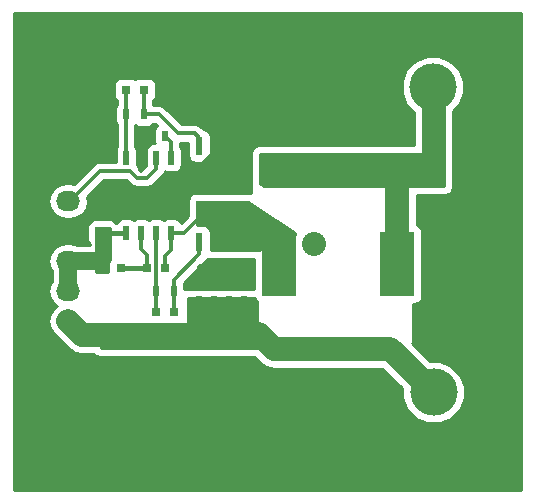
<source format=gtl>
G04 #@! TF.GenerationSoftware,KiCad,Pcbnew,(2017-08-08 revision 53204e097)-makepkg*
G04 #@! TF.CreationDate,2017-10-18T16:30:53+02:00*
G04 #@! TF.ProjectId,LM510401A,4C4D353130343031412E6B696361645F,rev?*
G04 #@! TF.SameCoordinates,Original*
G04 #@! TF.FileFunction,Copper,L1,Top,Signal*
G04 #@! TF.FilePolarity,Positive*
%FSLAX46Y46*%
G04 Gerber Fmt 4.6, Leading zero omitted, Abs format (unit mm)*
G04 Created by KiCad (PCBNEW (2017-08-08 revision 53204e097)-makepkg) date 10/18/17 16:30:53*
%MOMM*%
%LPD*%
G01*
G04 APERTURE LIST*
%ADD10R,0.600000X1.550000*%
%ADD11R,0.800000X0.750000*%
%ADD12R,2.032000X2.032000*%
%ADD13O,2.032000X2.032000*%
%ADD14R,2.900680X5.400040*%
%ADD15R,0.500000X0.900000*%
%ADD16R,0.508000X1.143000*%
%ADD17R,1.250000X1.000000*%
%ADD18R,2.500000X1.000000*%
%ADD19R,2.032000X1.727200*%
%ADD20O,2.032000X1.727200*%
%ADD21C,4.000500*%
%ADD22C,6.400000*%
%ADD23C,0.500000*%
%ADD24C,0.300000*%
%ADD25C,1.500000*%
%ADD26C,0.400000*%
%ADD27C,2.000000*%
%ADD28C,0.200000*%
%ADD29C,0.254000*%
G04 APERTURE END LIST*
D10*
X133908800Y-100728800D03*
X132638800Y-100728800D03*
X131368800Y-100728800D03*
X130098800Y-100728800D03*
X130098800Y-106128800D03*
X131368800Y-106128800D03*
X132638800Y-106128800D03*
X133908800Y-106128800D03*
D11*
X123432000Y-102997000D03*
X121932000Y-102997000D03*
D12*
X137287000Y-100965000D03*
D13*
X139827000Y-100965000D03*
D11*
X126453200Y-106680000D03*
X127953200Y-106680000D03*
X125387800Y-87884000D03*
X123887800Y-87884000D03*
D14*
X136857740Y-102641400D03*
X146860260Y-102641400D03*
D15*
X127191200Y-91795600D03*
X125691200Y-91795600D03*
X127927800Y-104927400D03*
X126427800Y-104927400D03*
X125387800Y-89941400D03*
X123887800Y-89941400D03*
D16*
X123901200Y-93624400D03*
X125171200Y-93624400D03*
X126441200Y-93624400D03*
X127711200Y-93624400D03*
X127711200Y-99974400D03*
X126441200Y-99974400D03*
X125171200Y-99974400D03*
X123901200Y-99974400D03*
D17*
X121894600Y-99983800D03*
X121894600Y-97983800D03*
D11*
X125691200Y-102997000D03*
X127191200Y-102997000D03*
D18*
X139954000Y-95124400D03*
X139954000Y-92124400D03*
X143357600Y-92124400D03*
X143357600Y-95124400D03*
X146812000Y-95124400D03*
X146812000Y-92124400D03*
X136525000Y-95124400D03*
X136525000Y-92124400D03*
D10*
X133908800Y-98026200D03*
X132638800Y-98026200D03*
X131368800Y-98026200D03*
X130098800Y-98026200D03*
X130098800Y-92626200D03*
X131368800Y-92626200D03*
X132638800Y-92626200D03*
X133908800Y-92626200D03*
D18*
X123063000Y-108609000D03*
X123063000Y-111609000D03*
X126619000Y-108609000D03*
X126619000Y-111609000D03*
X130136900Y-108570900D03*
X130136900Y-111570900D03*
X133692900Y-111570900D03*
X133692900Y-108570900D03*
D19*
X118999000Y-94742000D03*
D20*
X118999000Y-97282000D03*
X118999000Y-99822000D03*
X118999000Y-102362000D03*
X118999000Y-104902000D03*
X118999000Y-107442000D03*
D21*
X149860000Y-87630000D03*
X139700000Y-87630000D03*
X149923500Y-113474500D03*
X139763500Y-113474500D03*
D22*
X119380000Y-86360000D03*
X119380000Y-116840000D03*
X152400000Y-101600000D03*
D23*
X133985000Y-104140000D03*
X133985000Y-102870000D03*
X132715000Y-104140000D03*
X132715000Y-102870000D03*
X131445000Y-104140000D03*
X130175000Y-102870000D03*
X131445000Y-102870000D03*
X130175000Y-95885000D03*
X132715000Y-95885000D03*
X131445000Y-95885000D03*
X133985000Y-94615000D03*
X133985000Y-95885000D03*
X130175000Y-104140000D03*
X132715000Y-94615000D03*
X131445000Y-94615000D03*
X130175000Y-94615000D03*
X125158500Y-94678502D03*
X121898815Y-96900499D03*
D24*
X132715000Y-104140000D02*
X133985000Y-104140000D01*
X132715000Y-102870000D02*
X133985000Y-102870000D01*
X130175000Y-104140000D02*
X131445000Y-104140000D01*
X131445000Y-95885000D02*
X132715000Y-95885000D01*
X133985000Y-94615000D02*
X133985000Y-95885000D01*
X130175000Y-102870000D02*
X131445000Y-102870000D01*
X131445000Y-94615000D02*
X132715000Y-94615000D01*
X130175000Y-94295000D02*
X130175000Y-94615000D01*
X131368800Y-92626200D02*
X131368800Y-93101200D01*
X131368800Y-93101200D02*
X130175000Y-94295000D01*
X125171200Y-94665802D02*
X125158500Y-94678502D01*
X125171200Y-93624400D02*
X125171200Y-94665802D01*
X121894600Y-97983800D02*
X121894600Y-96904714D01*
X121894600Y-96904714D02*
X121898815Y-96900499D01*
X125171200Y-93624400D02*
X125171200Y-92315600D01*
X125171200Y-92315600D02*
X125691200Y-91795600D01*
D25*
X118999000Y-102362000D02*
X121515000Y-102362000D01*
X121515000Y-102362000D02*
X121894600Y-102362000D01*
D26*
X121894600Y-99983800D02*
X121894600Y-102362000D01*
X121894600Y-102362000D02*
X121894600Y-102959600D01*
X121894600Y-102959600D02*
X121932000Y-102997000D01*
D25*
X118999000Y-104902000D02*
X118999000Y-102362000D01*
D26*
X121732800Y-99822000D02*
X121894600Y-99983800D01*
X121894600Y-99983800D02*
X123891800Y-99983800D01*
X123891800Y-99983800D02*
X123901200Y-99974400D01*
X121834400Y-99923600D02*
X121894600Y-99983800D01*
D24*
X121904000Y-99974400D02*
X121894600Y-99983800D01*
D26*
X123432000Y-102997000D02*
X125691200Y-102997000D01*
D24*
X125691200Y-101840900D02*
X125171200Y-101320900D01*
X125171200Y-101320900D02*
X125171200Y-99974400D01*
X125691200Y-102997000D02*
X125691200Y-101840900D01*
D27*
X146812000Y-95124400D02*
X148398100Y-95124400D01*
X149923500Y-92424000D02*
X149923500Y-89408000D01*
X148398100Y-95124400D02*
X149923500Y-93599000D01*
X149923500Y-93599000D02*
X149923500Y-92424000D01*
X146860260Y-102641400D02*
X146860260Y-95172660D01*
X146860260Y-95172660D02*
X146812000Y-95124400D01*
D25*
X146860260Y-102641400D02*
X146177000Y-101958140D01*
X143510000Y-95124400D02*
X146050000Y-95124400D01*
X146050000Y-95124400D02*
X146913600Y-95124400D01*
X140081000Y-95124400D02*
X143510000Y-95124400D01*
X136652000Y-95124400D02*
X140081000Y-95124400D01*
D24*
X130098800Y-101803800D02*
X130098800Y-100728800D01*
X127927800Y-103974800D02*
X130098800Y-101803800D01*
X127927800Y-104927400D02*
X127927800Y-103974800D01*
X130098800Y-101295200D02*
X130098800Y-100728800D01*
X130098800Y-92626200D02*
X130098800Y-91948000D01*
X130098800Y-91948000D02*
X129717800Y-91567000D01*
X129717800Y-91567000D02*
X128270000Y-91567000D01*
X128270000Y-91567000D02*
X126644400Y-89941400D01*
X126644400Y-89941400D02*
X125937800Y-89941400D01*
X125937800Y-89941400D02*
X125387800Y-89941400D01*
X118999000Y-97282000D02*
X119151400Y-97282000D01*
X119151400Y-97282000D02*
X121691400Y-94742000D01*
X124206996Y-94742000D02*
X124778496Y-95313500D01*
X121691400Y-94742000D02*
X124206996Y-94742000D01*
X124778496Y-95313500D02*
X125666500Y-95313500D01*
X125666500Y-95313500D02*
X126441200Y-94538800D01*
X126441200Y-94538800D02*
X126441200Y-94495900D01*
X126441200Y-94495900D02*
X126441200Y-93624400D01*
D27*
X123063000Y-108609000D02*
X120166000Y-108609000D01*
X120166000Y-108609000D02*
X118999000Y-107442000D01*
X136423251Y-109829749D02*
X146278749Y-109829749D01*
X146278749Y-109829749D02*
X149923500Y-113474500D01*
X136398000Y-109855000D02*
X135128000Y-108585000D01*
X136423251Y-109829749D02*
X136398000Y-109855000D01*
X135128000Y-108585000D02*
X133707000Y-108585000D01*
X133707000Y-108585000D02*
X133692900Y-108570900D01*
D26*
X119316500Y-107759500D02*
X118999000Y-107442000D01*
D25*
X130276600Y-108570900D02*
X133832600Y-108570900D01*
X133832600Y-108570900D02*
X133858000Y-108545500D01*
X126707900Y-108570900D02*
X130276600Y-108570900D01*
X123151900Y-108570900D02*
X126707900Y-108570900D01*
D24*
X127711200Y-93624400D02*
X127711200Y-92315600D01*
X127711200Y-92315600D02*
X127191200Y-91795600D01*
D28*
X137287000Y-100965000D02*
X134145000Y-100965000D01*
X134145000Y-100965000D02*
X133908800Y-100728800D01*
D24*
X133908800Y-98442780D02*
X133908800Y-98026200D01*
X127711200Y-99974400D02*
X128828800Y-99974400D01*
X130098800Y-98704400D02*
X130098800Y-98026200D01*
X128828800Y-99974400D02*
X130098800Y-98704400D01*
X127711200Y-101401098D02*
X127711200Y-99974400D01*
X127191200Y-101921098D02*
X127711200Y-101401098D01*
X127191200Y-102997000D02*
X127191200Y-101921098D01*
X126427800Y-104927400D02*
X126427800Y-106654600D01*
X126427800Y-106654600D02*
X126453200Y-106680000D01*
X126441200Y-99974400D02*
X126441200Y-104890000D01*
X126441200Y-104890000D02*
X126478600Y-104927400D01*
X127927800Y-104927400D02*
X127927800Y-106654600D01*
X125387800Y-89941400D02*
X125387800Y-87884000D01*
X123887800Y-89941400D02*
X123887800Y-87884000D01*
X123901200Y-93624400D02*
X123901200Y-89954800D01*
X123901200Y-89954800D02*
X123887800Y-89941400D01*
D29*
G36*
X157353000Y-121793000D02*
X114427000Y-121793000D01*
X114427000Y-102362000D01*
X117315655Y-102362000D01*
X117429729Y-102935489D01*
X117614000Y-103211270D01*
X117614000Y-104052730D01*
X117429729Y-104328511D01*
X117315655Y-104902000D01*
X117429729Y-105475489D01*
X117754585Y-105961670D01*
X118041340Y-106153274D01*
X117842880Y-106285880D01*
X117797670Y-106353541D01*
X117754585Y-106382330D01*
X117429729Y-106868511D01*
X117315655Y-107442000D01*
X117429729Y-108015489D01*
X117754585Y-108501670D01*
X117797670Y-108530459D01*
X117842880Y-108598120D01*
X119009878Y-109765117D01*
X119009880Y-109765120D01*
X119247277Y-109923743D01*
X119540312Y-110119543D01*
X120166000Y-110244000D01*
X121176888Y-110244000D01*
X121216987Y-110304013D01*
X121422996Y-110441664D01*
X121666000Y-110490000D01*
X134720761Y-110490000D01*
X135241878Y-111011117D01*
X135241880Y-111011120D01*
X135772312Y-111365543D01*
X136398000Y-111490001D01*
X136524949Y-111464749D01*
X145601509Y-111464749D01*
X147288530Y-113151770D01*
X147287793Y-113996384D01*
X147688141Y-114965299D01*
X148428802Y-115707254D01*
X149397017Y-116109292D01*
X150445384Y-116110207D01*
X151414299Y-115709859D01*
X152156254Y-114969198D01*
X152558292Y-114000983D01*
X152559207Y-112952616D01*
X152158859Y-111983701D01*
X151418198Y-111241746D01*
X150449983Y-110839708D01*
X149600206Y-110838966D01*
X148103886Y-109342647D01*
X148130601Y-109337333D01*
X148171803Y-109309803D01*
X148199333Y-109268601D01*
X148209000Y-109220000D01*
X148209000Y-105988860D01*
X148310600Y-105988860D01*
X148558365Y-105939577D01*
X148768409Y-105799229D01*
X148908757Y-105589185D01*
X148958040Y-105341420D01*
X148958040Y-99941380D01*
X148908757Y-99693615D01*
X148768409Y-99483571D01*
X148558365Y-99343223D01*
X148495260Y-99330671D01*
X148495260Y-96774000D01*
X150939500Y-96774000D01*
X151182504Y-96725664D01*
X151388513Y-96588013D01*
X151526164Y-96382004D01*
X151574500Y-96139000D01*
X151574500Y-93218000D01*
X151558500Y-93137562D01*
X151558500Y-89658020D01*
X152092754Y-89124698D01*
X152494792Y-88156483D01*
X152495707Y-87108116D01*
X152095359Y-86139201D01*
X151354698Y-85397246D01*
X150386483Y-84995208D01*
X149338116Y-84994293D01*
X148369201Y-85394641D01*
X147627246Y-86135302D01*
X147225208Y-87103517D01*
X147224293Y-88151884D01*
X147624641Y-89120799D01*
X148288500Y-89785818D01*
X148288500Y-92583000D01*
X135128000Y-92583000D01*
X134884996Y-92631336D01*
X134678987Y-92768987D01*
X134541336Y-92974996D01*
X134493000Y-93218000D01*
X134493000Y-96637732D01*
X134482004Y-96631836D01*
X134239000Y-96583500D01*
X129794000Y-96583500D01*
X129550996Y-96631836D01*
X129344987Y-96769487D01*
X129207336Y-96975496D01*
X129202260Y-97001015D01*
X129200643Y-97003435D01*
X129151360Y-97251200D01*
X129151360Y-98541682D01*
X128553163Y-99139879D01*
X128423009Y-98945091D01*
X128212965Y-98804743D01*
X127965200Y-98755460D01*
X127457200Y-98755460D01*
X127209435Y-98804743D01*
X127076200Y-98893768D01*
X126942965Y-98804743D01*
X126695200Y-98755460D01*
X126187200Y-98755460D01*
X125939435Y-98804743D01*
X125806200Y-98893768D01*
X125672965Y-98804743D01*
X125425200Y-98755460D01*
X124917200Y-98755460D01*
X124669435Y-98804743D01*
X124536200Y-98893768D01*
X124402965Y-98804743D01*
X124155200Y-98755460D01*
X123647200Y-98755460D01*
X123399435Y-98804743D01*
X123189391Y-98945091D01*
X123056372Y-99144167D01*
X122977409Y-99025991D01*
X122767365Y-98885643D01*
X122519600Y-98836360D01*
X121269600Y-98836360D01*
X121021835Y-98885643D01*
X120811791Y-99025991D01*
X120671443Y-99236035D01*
X120622160Y-99483800D01*
X120622160Y-100483800D01*
X120671443Y-100731565D01*
X120811791Y-100941609D01*
X120864757Y-100977000D01*
X119754851Y-100977000D01*
X119183745Y-100863400D01*
X118814255Y-100863400D01*
X118240766Y-100977474D01*
X117754585Y-101302330D01*
X117429729Y-101788511D01*
X117315655Y-102362000D01*
X114427000Y-102362000D01*
X114427000Y-97282000D01*
X117315655Y-97282000D01*
X117429729Y-97855489D01*
X117754585Y-98341670D01*
X118240766Y-98666526D01*
X118814255Y-98780600D01*
X119183745Y-98780600D01*
X119757234Y-98666526D01*
X120243415Y-98341670D01*
X120568271Y-97855489D01*
X120682345Y-97282000D01*
X120612532Y-96931026D01*
X122016558Y-95527000D01*
X123881838Y-95527000D01*
X124223417Y-95868579D01*
X124478089Y-96038745D01*
X124778496Y-96098500D01*
X125666500Y-96098500D01*
X125966907Y-96038745D01*
X126221579Y-95868579D01*
X126996279Y-95093879D01*
X127166445Y-94839207D01*
X127179416Y-94773999D01*
X127209435Y-94794057D01*
X127457200Y-94843340D01*
X127965200Y-94843340D01*
X128212965Y-94794057D01*
X128423009Y-94653709D01*
X128563357Y-94443665D01*
X128612640Y-94195900D01*
X128612640Y-93052900D01*
X128563357Y-92805135D01*
X128496200Y-92704628D01*
X128496200Y-92352000D01*
X129151360Y-92352000D01*
X129151360Y-93401200D01*
X129200643Y-93648965D01*
X129340991Y-93859009D01*
X129551035Y-93999357D01*
X129798800Y-94048640D01*
X130398800Y-94048640D01*
X130646565Y-93999357D01*
X130856609Y-93859009D01*
X130996957Y-93648965D01*
X131046240Y-93401200D01*
X131046240Y-91851200D01*
X130996957Y-91603435D01*
X130856609Y-91393391D01*
X130646565Y-91253043D01*
X130481085Y-91220127D01*
X130272879Y-91011921D01*
X130018207Y-90841755D01*
X129717800Y-90782000D01*
X128595158Y-90782000D01*
X127199479Y-89386321D01*
X126944807Y-89216155D01*
X126644400Y-89156400D01*
X126177668Y-89156400D01*
X126172800Y-89149115D01*
X126172800Y-88765459D01*
X126245609Y-88716809D01*
X126385957Y-88506765D01*
X126435240Y-88259000D01*
X126435240Y-87509000D01*
X126385957Y-87261235D01*
X126245609Y-87051191D01*
X126035565Y-86910843D01*
X125787800Y-86861560D01*
X124987800Y-86861560D01*
X124740035Y-86910843D01*
X124637800Y-86979155D01*
X124535565Y-86910843D01*
X124287800Y-86861560D01*
X123487800Y-86861560D01*
X123240035Y-86910843D01*
X123029991Y-87051191D01*
X122889643Y-87261235D01*
X122840360Y-87509000D01*
X122840360Y-88259000D01*
X122889643Y-88506765D01*
X123029991Y-88716809D01*
X123102800Y-88765459D01*
X123102800Y-89149115D01*
X123039643Y-89243635D01*
X122990360Y-89491400D01*
X122990360Y-90391400D01*
X123039643Y-90639165D01*
X123116200Y-90753740D01*
X123116200Y-92704628D01*
X123049043Y-92805135D01*
X122999760Y-93052900D01*
X122999760Y-93957000D01*
X121691400Y-93957000D01*
X121390994Y-94016755D01*
X121198975Y-94145057D01*
X121136321Y-94186921D01*
X119480762Y-95842480D01*
X119183745Y-95783400D01*
X118814255Y-95783400D01*
X118240766Y-95897474D01*
X117754585Y-96222330D01*
X117429729Y-96708511D01*
X117315655Y-97282000D01*
X114427000Y-97282000D01*
X114427000Y-81407000D01*
X157353000Y-81407000D01*
X157353000Y-121793000D01*
X157353000Y-121793000D01*
G37*
X157353000Y-121793000D02*
X114427000Y-121793000D01*
X114427000Y-102362000D01*
X117315655Y-102362000D01*
X117429729Y-102935489D01*
X117614000Y-103211270D01*
X117614000Y-104052730D01*
X117429729Y-104328511D01*
X117315655Y-104902000D01*
X117429729Y-105475489D01*
X117754585Y-105961670D01*
X118041340Y-106153274D01*
X117842880Y-106285880D01*
X117797670Y-106353541D01*
X117754585Y-106382330D01*
X117429729Y-106868511D01*
X117315655Y-107442000D01*
X117429729Y-108015489D01*
X117754585Y-108501670D01*
X117797670Y-108530459D01*
X117842880Y-108598120D01*
X119009878Y-109765117D01*
X119009880Y-109765120D01*
X119247277Y-109923743D01*
X119540312Y-110119543D01*
X120166000Y-110244000D01*
X121176888Y-110244000D01*
X121216987Y-110304013D01*
X121422996Y-110441664D01*
X121666000Y-110490000D01*
X134720761Y-110490000D01*
X135241878Y-111011117D01*
X135241880Y-111011120D01*
X135772312Y-111365543D01*
X136398000Y-111490001D01*
X136524949Y-111464749D01*
X145601509Y-111464749D01*
X147288530Y-113151770D01*
X147287793Y-113996384D01*
X147688141Y-114965299D01*
X148428802Y-115707254D01*
X149397017Y-116109292D01*
X150445384Y-116110207D01*
X151414299Y-115709859D01*
X152156254Y-114969198D01*
X152558292Y-114000983D01*
X152559207Y-112952616D01*
X152158859Y-111983701D01*
X151418198Y-111241746D01*
X150449983Y-110839708D01*
X149600206Y-110838966D01*
X148103886Y-109342647D01*
X148130601Y-109337333D01*
X148171803Y-109309803D01*
X148199333Y-109268601D01*
X148209000Y-109220000D01*
X148209000Y-105988860D01*
X148310600Y-105988860D01*
X148558365Y-105939577D01*
X148768409Y-105799229D01*
X148908757Y-105589185D01*
X148958040Y-105341420D01*
X148958040Y-99941380D01*
X148908757Y-99693615D01*
X148768409Y-99483571D01*
X148558365Y-99343223D01*
X148495260Y-99330671D01*
X148495260Y-96774000D01*
X150939500Y-96774000D01*
X151182504Y-96725664D01*
X151388513Y-96588013D01*
X151526164Y-96382004D01*
X151574500Y-96139000D01*
X151574500Y-93218000D01*
X151558500Y-93137562D01*
X151558500Y-89658020D01*
X152092754Y-89124698D01*
X152494792Y-88156483D01*
X152495707Y-87108116D01*
X152095359Y-86139201D01*
X151354698Y-85397246D01*
X150386483Y-84995208D01*
X149338116Y-84994293D01*
X148369201Y-85394641D01*
X147627246Y-86135302D01*
X147225208Y-87103517D01*
X147224293Y-88151884D01*
X147624641Y-89120799D01*
X148288500Y-89785818D01*
X148288500Y-92583000D01*
X135128000Y-92583000D01*
X134884996Y-92631336D01*
X134678987Y-92768987D01*
X134541336Y-92974996D01*
X134493000Y-93218000D01*
X134493000Y-96637732D01*
X134482004Y-96631836D01*
X134239000Y-96583500D01*
X129794000Y-96583500D01*
X129550996Y-96631836D01*
X129344987Y-96769487D01*
X129207336Y-96975496D01*
X129202260Y-97001015D01*
X129200643Y-97003435D01*
X129151360Y-97251200D01*
X129151360Y-98541682D01*
X128553163Y-99139879D01*
X128423009Y-98945091D01*
X128212965Y-98804743D01*
X127965200Y-98755460D01*
X127457200Y-98755460D01*
X127209435Y-98804743D01*
X127076200Y-98893768D01*
X126942965Y-98804743D01*
X126695200Y-98755460D01*
X126187200Y-98755460D01*
X125939435Y-98804743D01*
X125806200Y-98893768D01*
X125672965Y-98804743D01*
X125425200Y-98755460D01*
X124917200Y-98755460D01*
X124669435Y-98804743D01*
X124536200Y-98893768D01*
X124402965Y-98804743D01*
X124155200Y-98755460D01*
X123647200Y-98755460D01*
X123399435Y-98804743D01*
X123189391Y-98945091D01*
X123056372Y-99144167D01*
X122977409Y-99025991D01*
X122767365Y-98885643D01*
X122519600Y-98836360D01*
X121269600Y-98836360D01*
X121021835Y-98885643D01*
X120811791Y-99025991D01*
X120671443Y-99236035D01*
X120622160Y-99483800D01*
X120622160Y-100483800D01*
X120671443Y-100731565D01*
X120811791Y-100941609D01*
X120864757Y-100977000D01*
X119754851Y-100977000D01*
X119183745Y-100863400D01*
X118814255Y-100863400D01*
X118240766Y-100977474D01*
X117754585Y-101302330D01*
X117429729Y-101788511D01*
X117315655Y-102362000D01*
X114427000Y-102362000D01*
X114427000Y-97282000D01*
X117315655Y-97282000D01*
X117429729Y-97855489D01*
X117754585Y-98341670D01*
X118240766Y-98666526D01*
X118814255Y-98780600D01*
X119183745Y-98780600D01*
X119757234Y-98666526D01*
X120243415Y-98341670D01*
X120568271Y-97855489D01*
X120682345Y-97282000D01*
X120612532Y-96931026D01*
X122016558Y-95527000D01*
X123881838Y-95527000D01*
X124223417Y-95868579D01*
X124478089Y-96038745D01*
X124778496Y-96098500D01*
X125666500Y-96098500D01*
X125966907Y-96038745D01*
X126221579Y-95868579D01*
X126996279Y-95093879D01*
X127166445Y-94839207D01*
X127179416Y-94773999D01*
X127209435Y-94794057D01*
X127457200Y-94843340D01*
X127965200Y-94843340D01*
X128212965Y-94794057D01*
X128423009Y-94653709D01*
X128563357Y-94443665D01*
X128612640Y-94195900D01*
X128612640Y-93052900D01*
X128563357Y-92805135D01*
X128496200Y-92704628D01*
X128496200Y-92352000D01*
X129151360Y-92352000D01*
X129151360Y-93401200D01*
X129200643Y-93648965D01*
X129340991Y-93859009D01*
X129551035Y-93999357D01*
X129798800Y-94048640D01*
X130398800Y-94048640D01*
X130646565Y-93999357D01*
X130856609Y-93859009D01*
X130996957Y-93648965D01*
X131046240Y-93401200D01*
X131046240Y-91851200D01*
X130996957Y-91603435D01*
X130856609Y-91393391D01*
X130646565Y-91253043D01*
X130481085Y-91220127D01*
X130272879Y-91011921D01*
X130018207Y-90841755D01*
X129717800Y-90782000D01*
X128595158Y-90782000D01*
X127199479Y-89386321D01*
X126944807Y-89216155D01*
X126644400Y-89156400D01*
X126177668Y-89156400D01*
X126172800Y-89149115D01*
X126172800Y-88765459D01*
X126245609Y-88716809D01*
X126385957Y-88506765D01*
X126435240Y-88259000D01*
X126435240Y-87509000D01*
X126385957Y-87261235D01*
X126245609Y-87051191D01*
X126035565Y-86910843D01*
X125787800Y-86861560D01*
X124987800Y-86861560D01*
X124740035Y-86910843D01*
X124637800Y-86979155D01*
X124535565Y-86910843D01*
X124287800Y-86861560D01*
X123487800Y-86861560D01*
X123240035Y-86910843D01*
X123029991Y-87051191D01*
X122889643Y-87261235D01*
X122840360Y-87509000D01*
X122840360Y-88259000D01*
X122889643Y-88506765D01*
X123029991Y-88716809D01*
X123102800Y-88765459D01*
X123102800Y-89149115D01*
X123039643Y-89243635D01*
X122990360Y-89491400D01*
X122990360Y-90391400D01*
X123039643Y-90639165D01*
X123116200Y-90753740D01*
X123116200Y-92704628D01*
X123049043Y-92805135D01*
X122999760Y-93052900D01*
X122999760Y-93957000D01*
X121691400Y-93957000D01*
X121390994Y-94016755D01*
X121198975Y-94145057D01*
X121136321Y-94186921D01*
X119480762Y-95842480D01*
X119183745Y-95783400D01*
X118814255Y-95783400D01*
X118240766Y-95897474D01*
X117754585Y-96222330D01*
X117429729Y-96708511D01*
X117315655Y-97282000D01*
X114427000Y-97282000D01*
X114427000Y-81407000D01*
X157353000Y-81407000D01*
X157353000Y-121793000D01*
G36*
X134759960Y-104711500D02*
X134234641Y-104711500D01*
X134208800Y-104706360D01*
X133608800Y-104706360D01*
X133582959Y-104711500D01*
X132964641Y-104711500D01*
X132938800Y-104706360D01*
X132338800Y-104706360D01*
X132312959Y-104711500D01*
X131694641Y-104711500D01*
X131668800Y-104706360D01*
X131068800Y-104706360D01*
X131042959Y-104711500D01*
X130424641Y-104711500D01*
X130398800Y-104706360D01*
X129798800Y-104706360D01*
X129772959Y-104711500D01*
X129032000Y-104711500D01*
X128825240Y-104752627D01*
X128825240Y-104477400D01*
X128777146Y-104235612D01*
X130653879Y-102358879D01*
X130779081Y-102171500D01*
X134759960Y-102171500D01*
X134759960Y-104711500D01*
X134759960Y-104711500D01*
G37*
X134759960Y-104711500D02*
X134234641Y-104711500D01*
X134208800Y-104706360D01*
X133608800Y-104706360D01*
X133582959Y-104711500D01*
X132964641Y-104711500D01*
X132938800Y-104706360D01*
X132338800Y-104706360D01*
X132312959Y-104711500D01*
X131694641Y-104711500D01*
X131668800Y-104706360D01*
X131068800Y-104706360D01*
X131042959Y-104711500D01*
X130424641Y-104711500D01*
X130398800Y-104706360D01*
X129798800Y-104706360D01*
X129772959Y-104711500D01*
X129032000Y-104711500D01*
X128825240Y-104752627D01*
X128825240Y-104477400D01*
X128777146Y-104235612D01*
X130653879Y-102358879D01*
X130779081Y-102171500D01*
X134759960Y-102171500D01*
X134759960Y-104711500D01*
G36*
X126482286Y-90889444D02*
X126343043Y-91097835D01*
X126293760Y-91345600D01*
X126293760Y-92245600D01*
X126325558Y-92405460D01*
X126187200Y-92405460D01*
X125939435Y-92454743D01*
X125729391Y-92595091D01*
X125589043Y-92805135D01*
X125539760Y-93052900D01*
X125539760Y-94195900D01*
X125562022Y-94307820D01*
X125341342Y-94528500D01*
X125103654Y-94528500D01*
X124797400Y-94222246D01*
X124802640Y-94195900D01*
X124802640Y-93052900D01*
X124753357Y-92805135D01*
X124686200Y-92704628D01*
X124686200Y-90853358D01*
X124890035Y-90989557D01*
X125137800Y-91038840D01*
X125637800Y-91038840D01*
X125885565Y-90989557D01*
X126095609Y-90849209D01*
X126177668Y-90726400D01*
X126319242Y-90726400D01*
X126482286Y-90889444D01*
X126482286Y-90889444D01*
G37*
X126482286Y-90889444D02*
X126343043Y-91097835D01*
X126293760Y-91345600D01*
X126293760Y-92245600D01*
X126325558Y-92405460D01*
X126187200Y-92405460D01*
X125939435Y-92454743D01*
X125729391Y-92595091D01*
X125589043Y-92805135D01*
X125539760Y-93052900D01*
X125539760Y-94195900D01*
X125562022Y-94307820D01*
X125341342Y-94528500D01*
X125103654Y-94528500D01*
X124797400Y-94222246D01*
X124802640Y-94195900D01*
X124802640Y-93052900D01*
X124753357Y-92805135D01*
X124686200Y-92704628D01*
X124686200Y-90853358D01*
X124890035Y-90989557D01*
X125137800Y-91038840D01*
X125637800Y-91038840D01*
X125885565Y-90989557D01*
X126095609Y-90849209D01*
X126177668Y-90726400D01*
X126319242Y-90726400D01*
X126482286Y-90889444D01*
G36*
X138176000Y-100016675D02*
X138176000Y-100139500D01*
X135382000Y-100139500D01*
X135333399Y-100149167D01*
X135292197Y-100176697D01*
X135264667Y-100217899D01*
X135255000Y-100266500D01*
X135255000Y-101409500D01*
X131046240Y-101409500D01*
X131046240Y-99953800D01*
X130996957Y-99706035D01*
X130856609Y-99495991D01*
X130646565Y-99355643D01*
X130398800Y-99306360D01*
X129921000Y-99306360D01*
X129921000Y-97345500D01*
X134200298Y-97345500D01*
X138176000Y-100016675D01*
X138176000Y-100016675D01*
G37*
X138176000Y-100016675D02*
X138176000Y-100139500D01*
X135382000Y-100139500D01*
X135333399Y-100149167D01*
X135292197Y-100176697D01*
X135264667Y-100217899D01*
X135255000Y-100266500D01*
X135255000Y-101409500D01*
X131046240Y-101409500D01*
X131046240Y-99953800D01*
X130996957Y-99706035D01*
X130856609Y-99495991D01*
X130646565Y-99355643D01*
X130398800Y-99306360D01*
X129921000Y-99306360D01*
X129921000Y-97345500D01*
X134200298Y-97345500D01*
X138176000Y-100016675D01*
G36*
X134809243Y-105589185D02*
X134949591Y-105799229D01*
X135001000Y-105833580D01*
X135001000Y-109210476D01*
X129159000Y-109228732D01*
X129159000Y-105473500D01*
X134786232Y-105473500D01*
X134809243Y-105589185D01*
X134809243Y-105589185D01*
G37*
X134809243Y-105589185D02*
X134949591Y-105799229D01*
X135001000Y-105833580D01*
X135001000Y-109210476D01*
X129159000Y-109228732D01*
X129159000Y-105473500D01*
X134786232Y-105473500D01*
X134809243Y-105589185D01*
G36*
X150812500Y-96012000D02*
X135509000Y-96012000D01*
X135499333Y-95963399D01*
X135471803Y-95922197D01*
X135430601Y-95894667D01*
X135382000Y-95885000D01*
X135255000Y-95885000D01*
X135255000Y-93345000D01*
X150812500Y-93345000D01*
X150812500Y-96012000D01*
X150812500Y-96012000D01*
G37*
X150812500Y-96012000D02*
X135509000Y-96012000D01*
X135499333Y-95963399D01*
X135471803Y-95922197D01*
X135430601Y-95894667D01*
X135382000Y-95885000D01*
X135255000Y-95885000D01*
X135255000Y-93345000D01*
X150812500Y-93345000D01*
X150812500Y-96012000D01*
G36*
X126053200Y-107702440D02*
X126853200Y-107702440D01*
X126885576Y-107696000D01*
X127520824Y-107696000D01*
X127553200Y-107702440D01*
X128353200Y-107702440D01*
X128385576Y-107696000D01*
X135001000Y-107696000D01*
X135001000Y-109728000D01*
X121793000Y-109728000D01*
X121793000Y-107696000D01*
X126020824Y-107696000D01*
X126053200Y-107702440D01*
X126053200Y-107702440D01*
G37*
X126053200Y-107702440D02*
X126853200Y-107702440D01*
X126885576Y-107696000D01*
X127520824Y-107696000D01*
X127553200Y-107702440D01*
X128353200Y-107702440D01*
X128385576Y-107696000D01*
X135001000Y-107696000D01*
X135001000Y-109728000D01*
X121793000Y-109728000D01*
X121793000Y-107696000D01*
X126020824Y-107696000D01*
X126053200Y-107702440D01*
G36*
X122491500Y-102287946D02*
X122433843Y-102374235D01*
X122384560Y-102622000D01*
X122384560Y-103314500D01*
X121348500Y-103314500D01*
X121348500Y-99568000D01*
X122491500Y-99568000D01*
X122491500Y-102287946D01*
X122491500Y-102287946D01*
G37*
X122491500Y-102287946D02*
X122433843Y-102374235D01*
X122384560Y-102622000D01*
X122384560Y-103314500D01*
X121348500Y-103314500D01*
X121348500Y-99568000D01*
X122491500Y-99568000D01*
X122491500Y-102287946D01*
M02*

</source>
